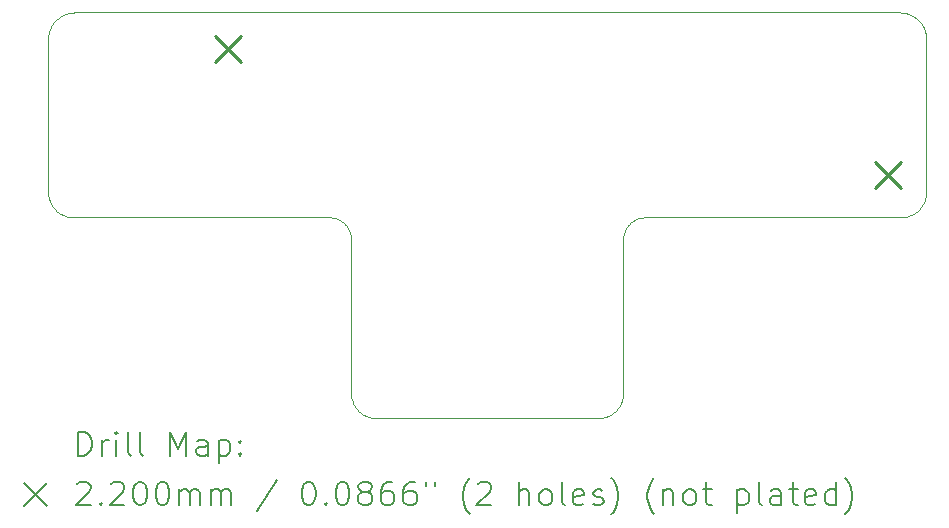
<source format=gbr>
%TF.GenerationSoftware,KiCad,Pcbnew,7.0.7*%
%TF.CreationDate,2024-08-10T15:19:52-05:00*%
%TF.ProjectId,LASK5,4c41534b-352e-46b6-9963-61645f706362,rev?*%
%TF.SameCoordinates,Original*%
%TF.FileFunction,Drillmap*%
%TF.FilePolarity,Positive*%
%FSLAX45Y45*%
G04 Gerber Fmt 4.5, Leading zero omitted, Abs format (unit mm)*
G04 Created by KiCad (PCBNEW 7.0.7) date 2024-08-10 15:19:52*
%MOMM*%
%LPD*%
G01*
G04 APERTURE LIST*
%ADD10C,0.100000*%
%ADD11C,0.200000*%
%ADD12C,0.220000*%
G04 APERTURE END LIST*
D10*
X18706238Y-6598016D02*
X18717642Y-6598886D01*
X18728883Y-6600319D01*
X18739945Y-6602300D01*
X18750814Y-6604815D01*
X18761477Y-6607850D01*
X18771920Y-6611390D01*
X18782127Y-6615422D01*
X18792084Y-6619931D01*
X18801779Y-6624903D01*
X18811195Y-6630323D01*
X18820319Y-6636178D01*
X18829137Y-6642454D01*
X18837634Y-6649135D01*
X18845797Y-6656208D01*
X18853611Y-6663658D01*
X18861061Y-6671472D01*
X18868134Y-6679634D01*
X18874815Y-6688132D01*
X18881090Y-6696950D01*
X18886945Y-6706074D01*
X18892366Y-6715490D01*
X18897338Y-6725184D01*
X18901847Y-6735142D01*
X18905879Y-6745349D01*
X18909419Y-6755791D01*
X18912454Y-6766454D01*
X18914969Y-6777324D01*
X18916950Y-6788386D01*
X18918382Y-6799626D01*
X18919252Y-6811031D01*
X18919545Y-6822584D01*
X18919545Y-8115632D01*
X18919262Y-8126801D01*
X18918421Y-8137825D01*
X18917036Y-8148690D01*
X18915121Y-8159384D01*
X18912690Y-8169891D01*
X18909756Y-8180199D01*
X18906334Y-8190293D01*
X18902436Y-8200160D01*
X18898077Y-8209785D01*
X18893271Y-8219157D01*
X18888030Y-8228259D01*
X18882370Y-8237079D01*
X18876304Y-8245603D01*
X18869845Y-8253818D01*
X18863007Y-8261708D01*
X18855805Y-8269262D01*
X18848251Y-8276464D01*
X18840360Y-8283301D01*
X18832145Y-8289760D01*
X18823620Y-8295826D01*
X18814799Y-8301486D01*
X18805696Y-8306726D01*
X18796324Y-8311532D01*
X18786698Y-8315891D01*
X18776830Y-8319789D01*
X18766735Y-8323211D01*
X18756426Y-8326145D01*
X18745917Y-8328576D01*
X18735223Y-8330491D01*
X18724356Y-8331876D01*
X18713330Y-8332717D01*
X18702160Y-8333000D01*
X16536590Y-8333000D01*
X16527236Y-8333238D01*
X16518002Y-8333942D01*
X16508901Y-8335102D01*
X16499945Y-8336705D01*
X16491144Y-8338742D01*
X16482511Y-8341199D01*
X16474056Y-8344065D01*
X16465792Y-8347329D01*
X16457730Y-8350979D01*
X16449881Y-8355005D01*
X16442257Y-8359393D01*
X16434870Y-8364133D01*
X16427731Y-8369213D01*
X16420851Y-8374622D01*
X16414242Y-8380348D01*
X16407916Y-8386380D01*
X16401884Y-8392706D01*
X16396158Y-8399314D01*
X16390748Y-8406193D01*
X16385668Y-8413332D01*
X16380928Y-8420719D01*
X16376539Y-8428342D01*
X16372514Y-8436190D01*
X16368863Y-8444251D01*
X16365599Y-8452514D01*
X16362733Y-8460968D01*
X16360276Y-8469600D01*
X16358239Y-8478399D01*
X16356636Y-8487355D01*
X16355476Y-8496454D01*
X16354772Y-8505686D01*
X16354534Y-8515039D01*
X16354534Y-9815632D01*
X16354251Y-9826801D01*
X16353410Y-9837825D01*
X16352025Y-9848690D01*
X16350110Y-9859383D01*
X16347679Y-9869891D01*
X16344745Y-9880198D01*
X16341323Y-9890293D01*
X16337425Y-9900160D01*
X16333066Y-9909785D01*
X16328260Y-9919156D01*
X16323020Y-9928259D01*
X16317360Y-9937079D01*
X16311294Y-9945603D01*
X16304835Y-9953818D01*
X16297998Y-9961708D01*
X16290796Y-9969262D01*
X16283242Y-9976464D01*
X16275352Y-9983301D01*
X16267137Y-9989760D01*
X16258613Y-9995826D01*
X16249793Y-10001486D01*
X16240690Y-10006726D01*
X16231319Y-10011532D01*
X16221693Y-10015891D01*
X16211827Y-10019789D01*
X16201732Y-10023211D01*
X16191425Y-10026145D01*
X16180917Y-10028576D01*
X16170224Y-10030491D01*
X16159358Y-10031876D01*
X16148334Y-10032717D01*
X16137166Y-10033000D01*
X16137166Y-10033000D01*
X14266634Y-10033000D01*
X14255466Y-10032717D01*
X14244442Y-10031876D01*
X14233576Y-10030491D01*
X14222883Y-10028576D01*
X14212375Y-10026145D01*
X14202068Y-10023211D01*
X14191974Y-10019788D01*
X14182107Y-10015891D01*
X14172481Y-10011532D01*
X14163110Y-10006726D01*
X14154007Y-10001486D01*
X14145187Y-9995826D01*
X14136663Y-9989760D01*
X14128448Y-9983301D01*
X14120558Y-9976464D01*
X14113004Y-9969261D01*
X14105802Y-9961708D01*
X14098965Y-9953817D01*
X14092506Y-9945603D01*
X14086440Y-9937079D01*
X14080780Y-9928259D01*
X14075540Y-9919156D01*
X14070734Y-9909785D01*
X14066375Y-9900159D01*
X14062478Y-9890292D01*
X14059055Y-9880198D01*
X14056121Y-9869891D01*
X14053690Y-9859383D01*
X14051775Y-9848690D01*
X14050390Y-9837824D01*
X14049549Y-9826800D01*
X14049266Y-9815632D01*
X14049266Y-8515039D01*
X14049029Y-8505686D01*
X14048324Y-8496454D01*
X14047164Y-8487355D01*
X14045561Y-8478399D01*
X14043525Y-8469600D01*
X14041068Y-8460968D01*
X14038201Y-8452514D01*
X14034937Y-8444251D01*
X14031286Y-8436190D01*
X14027261Y-8428342D01*
X14022873Y-8420719D01*
X14018132Y-8413332D01*
X14013052Y-8406193D01*
X14007643Y-8399314D01*
X14001916Y-8392706D01*
X13995884Y-8386380D01*
X13989558Y-8380348D01*
X13982949Y-8374622D01*
X13976070Y-8369213D01*
X13968930Y-8364133D01*
X13961543Y-8359393D01*
X13953919Y-8355004D01*
X13946070Y-8350979D01*
X13938008Y-8347329D01*
X13929744Y-8344065D01*
X13921290Y-8341198D01*
X13912656Y-8338741D01*
X13903856Y-8336705D01*
X13894899Y-8335102D01*
X13885798Y-8333942D01*
X13876565Y-8333237D01*
X13867210Y-8333000D01*
X11701640Y-8333000D01*
X11690470Y-8332717D01*
X11679444Y-8331876D01*
X11668577Y-8330491D01*
X11657883Y-8328576D01*
X11647374Y-8326145D01*
X11637066Y-8323211D01*
X11626970Y-8319788D01*
X11617103Y-8315891D01*
X11607476Y-8311532D01*
X11598104Y-8306726D01*
X11589001Y-8301486D01*
X11580180Y-8295826D01*
X11571655Y-8289760D01*
X11563440Y-8283301D01*
X11555549Y-8276464D01*
X11547995Y-8269262D01*
X11540793Y-8261708D01*
X11533955Y-8253818D01*
X11527496Y-8245603D01*
X11521430Y-8237079D01*
X11515770Y-8228259D01*
X11510529Y-8219156D01*
X11505723Y-8209785D01*
X11501364Y-8200159D01*
X11497466Y-8190292D01*
X11494044Y-8180198D01*
X11491110Y-8169891D01*
X11488679Y-8159383D01*
X11486764Y-8148690D01*
X11485379Y-8137824D01*
X11484538Y-8126800D01*
X11484255Y-8115632D01*
X11484255Y-6822584D01*
X11484548Y-6811031D01*
X11485418Y-6799626D01*
X11486850Y-6788386D01*
X11488831Y-6777324D01*
X11491346Y-6766454D01*
X11494381Y-6755791D01*
X11497921Y-6745349D01*
X11501953Y-6735142D01*
X11506462Y-6725184D01*
X11511434Y-6715490D01*
X11516855Y-6706074D01*
X11522710Y-6696950D01*
X11528985Y-6688132D01*
X11535666Y-6679634D01*
X11542739Y-6671472D01*
X11550189Y-6663658D01*
X11558003Y-6656208D01*
X11566166Y-6649135D01*
X11574663Y-6642453D01*
X11583481Y-6636178D01*
X11592605Y-6630323D01*
X11602022Y-6624903D01*
X11611716Y-6619931D01*
X11621674Y-6615422D01*
X11631881Y-6611390D01*
X11642323Y-6607849D01*
X11652986Y-6604815D01*
X11663855Y-6602300D01*
X11674918Y-6600319D01*
X11686158Y-6598886D01*
X11697562Y-6598016D01*
X11709116Y-6597723D01*
X18694684Y-6597723D01*
X18706238Y-6598016D01*
D11*
D12*
X12894800Y-6798800D02*
X13114800Y-7018800D01*
X13114800Y-6798800D02*
X12894800Y-7018800D01*
X18482800Y-7865600D02*
X18702800Y-8085600D01*
X18702800Y-7865600D02*
X18482800Y-8085600D01*
D11*
X11740031Y-10349484D02*
X11740031Y-10149484D01*
X11740031Y-10149484D02*
X11787650Y-10149484D01*
X11787650Y-10149484D02*
X11816222Y-10159008D01*
X11816222Y-10159008D02*
X11835269Y-10178056D01*
X11835269Y-10178056D02*
X11844793Y-10197103D01*
X11844793Y-10197103D02*
X11854317Y-10235198D01*
X11854317Y-10235198D02*
X11854317Y-10263770D01*
X11854317Y-10263770D02*
X11844793Y-10301865D01*
X11844793Y-10301865D02*
X11835269Y-10320913D01*
X11835269Y-10320913D02*
X11816222Y-10339960D01*
X11816222Y-10339960D02*
X11787650Y-10349484D01*
X11787650Y-10349484D02*
X11740031Y-10349484D01*
X11940031Y-10349484D02*
X11940031Y-10216151D01*
X11940031Y-10254246D02*
X11949555Y-10235198D01*
X11949555Y-10235198D02*
X11959079Y-10225675D01*
X11959079Y-10225675D02*
X11978127Y-10216151D01*
X11978127Y-10216151D02*
X11997174Y-10216151D01*
X12063841Y-10349484D02*
X12063841Y-10216151D01*
X12063841Y-10149484D02*
X12054317Y-10159008D01*
X12054317Y-10159008D02*
X12063841Y-10168532D01*
X12063841Y-10168532D02*
X12073365Y-10159008D01*
X12073365Y-10159008D02*
X12063841Y-10149484D01*
X12063841Y-10149484D02*
X12063841Y-10168532D01*
X12187650Y-10349484D02*
X12168603Y-10339960D01*
X12168603Y-10339960D02*
X12159079Y-10320913D01*
X12159079Y-10320913D02*
X12159079Y-10149484D01*
X12292412Y-10349484D02*
X12273365Y-10339960D01*
X12273365Y-10339960D02*
X12263841Y-10320913D01*
X12263841Y-10320913D02*
X12263841Y-10149484D01*
X12520984Y-10349484D02*
X12520984Y-10149484D01*
X12520984Y-10149484D02*
X12587650Y-10292341D01*
X12587650Y-10292341D02*
X12654317Y-10149484D01*
X12654317Y-10149484D02*
X12654317Y-10349484D01*
X12835269Y-10349484D02*
X12835269Y-10244722D01*
X12835269Y-10244722D02*
X12825746Y-10225675D01*
X12825746Y-10225675D02*
X12806698Y-10216151D01*
X12806698Y-10216151D02*
X12768603Y-10216151D01*
X12768603Y-10216151D02*
X12749555Y-10225675D01*
X12835269Y-10339960D02*
X12816222Y-10349484D01*
X12816222Y-10349484D02*
X12768603Y-10349484D01*
X12768603Y-10349484D02*
X12749555Y-10339960D01*
X12749555Y-10339960D02*
X12740031Y-10320913D01*
X12740031Y-10320913D02*
X12740031Y-10301865D01*
X12740031Y-10301865D02*
X12749555Y-10282817D01*
X12749555Y-10282817D02*
X12768603Y-10273294D01*
X12768603Y-10273294D02*
X12816222Y-10273294D01*
X12816222Y-10273294D02*
X12835269Y-10263770D01*
X12930508Y-10216151D02*
X12930508Y-10416151D01*
X12930508Y-10225675D02*
X12949555Y-10216151D01*
X12949555Y-10216151D02*
X12987650Y-10216151D01*
X12987650Y-10216151D02*
X13006698Y-10225675D01*
X13006698Y-10225675D02*
X13016222Y-10235198D01*
X13016222Y-10235198D02*
X13025746Y-10254246D01*
X13025746Y-10254246D02*
X13025746Y-10311389D01*
X13025746Y-10311389D02*
X13016222Y-10330436D01*
X13016222Y-10330436D02*
X13006698Y-10339960D01*
X13006698Y-10339960D02*
X12987650Y-10349484D01*
X12987650Y-10349484D02*
X12949555Y-10349484D01*
X12949555Y-10349484D02*
X12930508Y-10339960D01*
X13111460Y-10330436D02*
X13120984Y-10339960D01*
X13120984Y-10339960D02*
X13111460Y-10349484D01*
X13111460Y-10349484D02*
X13101936Y-10339960D01*
X13101936Y-10339960D02*
X13111460Y-10330436D01*
X13111460Y-10330436D02*
X13111460Y-10349484D01*
X13111460Y-10225675D02*
X13120984Y-10235198D01*
X13120984Y-10235198D02*
X13111460Y-10244722D01*
X13111460Y-10244722D02*
X13101936Y-10235198D01*
X13101936Y-10235198D02*
X13111460Y-10225675D01*
X13111460Y-10225675D02*
X13111460Y-10244722D01*
X11279255Y-10578000D02*
X11479255Y-10778000D01*
X11479255Y-10578000D02*
X11279255Y-10778000D01*
X11730508Y-10588532D02*
X11740031Y-10579008D01*
X11740031Y-10579008D02*
X11759079Y-10569484D01*
X11759079Y-10569484D02*
X11806698Y-10569484D01*
X11806698Y-10569484D02*
X11825746Y-10579008D01*
X11825746Y-10579008D02*
X11835269Y-10588532D01*
X11835269Y-10588532D02*
X11844793Y-10607579D01*
X11844793Y-10607579D02*
X11844793Y-10626627D01*
X11844793Y-10626627D02*
X11835269Y-10655198D01*
X11835269Y-10655198D02*
X11720984Y-10769484D01*
X11720984Y-10769484D02*
X11844793Y-10769484D01*
X11930508Y-10750436D02*
X11940031Y-10759960D01*
X11940031Y-10759960D02*
X11930508Y-10769484D01*
X11930508Y-10769484D02*
X11920984Y-10759960D01*
X11920984Y-10759960D02*
X11930508Y-10750436D01*
X11930508Y-10750436D02*
X11930508Y-10769484D01*
X12016222Y-10588532D02*
X12025746Y-10579008D01*
X12025746Y-10579008D02*
X12044793Y-10569484D01*
X12044793Y-10569484D02*
X12092412Y-10569484D01*
X12092412Y-10569484D02*
X12111460Y-10579008D01*
X12111460Y-10579008D02*
X12120984Y-10588532D01*
X12120984Y-10588532D02*
X12130508Y-10607579D01*
X12130508Y-10607579D02*
X12130508Y-10626627D01*
X12130508Y-10626627D02*
X12120984Y-10655198D01*
X12120984Y-10655198D02*
X12006698Y-10769484D01*
X12006698Y-10769484D02*
X12130508Y-10769484D01*
X12254317Y-10569484D02*
X12273365Y-10569484D01*
X12273365Y-10569484D02*
X12292412Y-10579008D01*
X12292412Y-10579008D02*
X12301936Y-10588532D01*
X12301936Y-10588532D02*
X12311460Y-10607579D01*
X12311460Y-10607579D02*
X12320984Y-10645675D01*
X12320984Y-10645675D02*
X12320984Y-10693294D01*
X12320984Y-10693294D02*
X12311460Y-10731389D01*
X12311460Y-10731389D02*
X12301936Y-10750436D01*
X12301936Y-10750436D02*
X12292412Y-10759960D01*
X12292412Y-10759960D02*
X12273365Y-10769484D01*
X12273365Y-10769484D02*
X12254317Y-10769484D01*
X12254317Y-10769484D02*
X12235269Y-10759960D01*
X12235269Y-10759960D02*
X12225746Y-10750436D01*
X12225746Y-10750436D02*
X12216222Y-10731389D01*
X12216222Y-10731389D02*
X12206698Y-10693294D01*
X12206698Y-10693294D02*
X12206698Y-10645675D01*
X12206698Y-10645675D02*
X12216222Y-10607579D01*
X12216222Y-10607579D02*
X12225746Y-10588532D01*
X12225746Y-10588532D02*
X12235269Y-10579008D01*
X12235269Y-10579008D02*
X12254317Y-10569484D01*
X12444793Y-10569484D02*
X12463841Y-10569484D01*
X12463841Y-10569484D02*
X12482889Y-10579008D01*
X12482889Y-10579008D02*
X12492412Y-10588532D01*
X12492412Y-10588532D02*
X12501936Y-10607579D01*
X12501936Y-10607579D02*
X12511460Y-10645675D01*
X12511460Y-10645675D02*
X12511460Y-10693294D01*
X12511460Y-10693294D02*
X12501936Y-10731389D01*
X12501936Y-10731389D02*
X12492412Y-10750436D01*
X12492412Y-10750436D02*
X12482889Y-10759960D01*
X12482889Y-10759960D02*
X12463841Y-10769484D01*
X12463841Y-10769484D02*
X12444793Y-10769484D01*
X12444793Y-10769484D02*
X12425746Y-10759960D01*
X12425746Y-10759960D02*
X12416222Y-10750436D01*
X12416222Y-10750436D02*
X12406698Y-10731389D01*
X12406698Y-10731389D02*
X12397174Y-10693294D01*
X12397174Y-10693294D02*
X12397174Y-10645675D01*
X12397174Y-10645675D02*
X12406698Y-10607579D01*
X12406698Y-10607579D02*
X12416222Y-10588532D01*
X12416222Y-10588532D02*
X12425746Y-10579008D01*
X12425746Y-10579008D02*
X12444793Y-10569484D01*
X12597174Y-10769484D02*
X12597174Y-10636151D01*
X12597174Y-10655198D02*
X12606698Y-10645675D01*
X12606698Y-10645675D02*
X12625746Y-10636151D01*
X12625746Y-10636151D02*
X12654317Y-10636151D01*
X12654317Y-10636151D02*
X12673365Y-10645675D01*
X12673365Y-10645675D02*
X12682889Y-10664722D01*
X12682889Y-10664722D02*
X12682889Y-10769484D01*
X12682889Y-10664722D02*
X12692412Y-10645675D01*
X12692412Y-10645675D02*
X12711460Y-10636151D01*
X12711460Y-10636151D02*
X12740031Y-10636151D01*
X12740031Y-10636151D02*
X12759079Y-10645675D01*
X12759079Y-10645675D02*
X12768603Y-10664722D01*
X12768603Y-10664722D02*
X12768603Y-10769484D01*
X12863841Y-10769484D02*
X12863841Y-10636151D01*
X12863841Y-10655198D02*
X12873365Y-10645675D01*
X12873365Y-10645675D02*
X12892412Y-10636151D01*
X12892412Y-10636151D02*
X12920984Y-10636151D01*
X12920984Y-10636151D02*
X12940031Y-10645675D01*
X12940031Y-10645675D02*
X12949555Y-10664722D01*
X12949555Y-10664722D02*
X12949555Y-10769484D01*
X12949555Y-10664722D02*
X12959079Y-10645675D01*
X12959079Y-10645675D02*
X12978127Y-10636151D01*
X12978127Y-10636151D02*
X13006698Y-10636151D01*
X13006698Y-10636151D02*
X13025746Y-10645675D01*
X13025746Y-10645675D02*
X13035270Y-10664722D01*
X13035270Y-10664722D02*
X13035270Y-10769484D01*
X13425746Y-10559960D02*
X13254317Y-10817103D01*
X13682889Y-10569484D02*
X13701936Y-10569484D01*
X13701936Y-10569484D02*
X13720984Y-10579008D01*
X13720984Y-10579008D02*
X13730508Y-10588532D01*
X13730508Y-10588532D02*
X13740032Y-10607579D01*
X13740032Y-10607579D02*
X13749555Y-10645675D01*
X13749555Y-10645675D02*
X13749555Y-10693294D01*
X13749555Y-10693294D02*
X13740032Y-10731389D01*
X13740032Y-10731389D02*
X13730508Y-10750436D01*
X13730508Y-10750436D02*
X13720984Y-10759960D01*
X13720984Y-10759960D02*
X13701936Y-10769484D01*
X13701936Y-10769484D02*
X13682889Y-10769484D01*
X13682889Y-10769484D02*
X13663841Y-10759960D01*
X13663841Y-10759960D02*
X13654317Y-10750436D01*
X13654317Y-10750436D02*
X13644793Y-10731389D01*
X13644793Y-10731389D02*
X13635270Y-10693294D01*
X13635270Y-10693294D02*
X13635270Y-10645675D01*
X13635270Y-10645675D02*
X13644793Y-10607579D01*
X13644793Y-10607579D02*
X13654317Y-10588532D01*
X13654317Y-10588532D02*
X13663841Y-10579008D01*
X13663841Y-10579008D02*
X13682889Y-10569484D01*
X13835270Y-10750436D02*
X13844793Y-10759960D01*
X13844793Y-10759960D02*
X13835270Y-10769484D01*
X13835270Y-10769484D02*
X13825746Y-10759960D01*
X13825746Y-10759960D02*
X13835270Y-10750436D01*
X13835270Y-10750436D02*
X13835270Y-10769484D01*
X13968603Y-10569484D02*
X13987651Y-10569484D01*
X13987651Y-10569484D02*
X14006698Y-10579008D01*
X14006698Y-10579008D02*
X14016222Y-10588532D01*
X14016222Y-10588532D02*
X14025746Y-10607579D01*
X14025746Y-10607579D02*
X14035270Y-10645675D01*
X14035270Y-10645675D02*
X14035270Y-10693294D01*
X14035270Y-10693294D02*
X14025746Y-10731389D01*
X14025746Y-10731389D02*
X14016222Y-10750436D01*
X14016222Y-10750436D02*
X14006698Y-10759960D01*
X14006698Y-10759960D02*
X13987651Y-10769484D01*
X13987651Y-10769484D02*
X13968603Y-10769484D01*
X13968603Y-10769484D02*
X13949555Y-10759960D01*
X13949555Y-10759960D02*
X13940032Y-10750436D01*
X13940032Y-10750436D02*
X13930508Y-10731389D01*
X13930508Y-10731389D02*
X13920984Y-10693294D01*
X13920984Y-10693294D02*
X13920984Y-10645675D01*
X13920984Y-10645675D02*
X13930508Y-10607579D01*
X13930508Y-10607579D02*
X13940032Y-10588532D01*
X13940032Y-10588532D02*
X13949555Y-10579008D01*
X13949555Y-10579008D02*
X13968603Y-10569484D01*
X14149555Y-10655198D02*
X14130508Y-10645675D01*
X14130508Y-10645675D02*
X14120984Y-10636151D01*
X14120984Y-10636151D02*
X14111460Y-10617103D01*
X14111460Y-10617103D02*
X14111460Y-10607579D01*
X14111460Y-10607579D02*
X14120984Y-10588532D01*
X14120984Y-10588532D02*
X14130508Y-10579008D01*
X14130508Y-10579008D02*
X14149555Y-10569484D01*
X14149555Y-10569484D02*
X14187651Y-10569484D01*
X14187651Y-10569484D02*
X14206698Y-10579008D01*
X14206698Y-10579008D02*
X14216222Y-10588532D01*
X14216222Y-10588532D02*
X14225746Y-10607579D01*
X14225746Y-10607579D02*
X14225746Y-10617103D01*
X14225746Y-10617103D02*
X14216222Y-10636151D01*
X14216222Y-10636151D02*
X14206698Y-10645675D01*
X14206698Y-10645675D02*
X14187651Y-10655198D01*
X14187651Y-10655198D02*
X14149555Y-10655198D01*
X14149555Y-10655198D02*
X14130508Y-10664722D01*
X14130508Y-10664722D02*
X14120984Y-10674246D01*
X14120984Y-10674246D02*
X14111460Y-10693294D01*
X14111460Y-10693294D02*
X14111460Y-10731389D01*
X14111460Y-10731389D02*
X14120984Y-10750436D01*
X14120984Y-10750436D02*
X14130508Y-10759960D01*
X14130508Y-10759960D02*
X14149555Y-10769484D01*
X14149555Y-10769484D02*
X14187651Y-10769484D01*
X14187651Y-10769484D02*
X14206698Y-10759960D01*
X14206698Y-10759960D02*
X14216222Y-10750436D01*
X14216222Y-10750436D02*
X14225746Y-10731389D01*
X14225746Y-10731389D02*
X14225746Y-10693294D01*
X14225746Y-10693294D02*
X14216222Y-10674246D01*
X14216222Y-10674246D02*
X14206698Y-10664722D01*
X14206698Y-10664722D02*
X14187651Y-10655198D01*
X14397174Y-10569484D02*
X14359079Y-10569484D01*
X14359079Y-10569484D02*
X14340032Y-10579008D01*
X14340032Y-10579008D02*
X14330508Y-10588532D01*
X14330508Y-10588532D02*
X14311460Y-10617103D01*
X14311460Y-10617103D02*
X14301936Y-10655198D01*
X14301936Y-10655198D02*
X14301936Y-10731389D01*
X14301936Y-10731389D02*
X14311460Y-10750436D01*
X14311460Y-10750436D02*
X14320984Y-10759960D01*
X14320984Y-10759960D02*
X14340032Y-10769484D01*
X14340032Y-10769484D02*
X14378127Y-10769484D01*
X14378127Y-10769484D02*
X14397174Y-10759960D01*
X14397174Y-10759960D02*
X14406698Y-10750436D01*
X14406698Y-10750436D02*
X14416222Y-10731389D01*
X14416222Y-10731389D02*
X14416222Y-10683770D01*
X14416222Y-10683770D02*
X14406698Y-10664722D01*
X14406698Y-10664722D02*
X14397174Y-10655198D01*
X14397174Y-10655198D02*
X14378127Y-10645675D01*
X14378127Y-10645675D02*
X14340032Y-10645675D01*
X14340032Y-10645675D02*
X14320984Y-10655198D01*
X14320984Y-10655198D02*
X14311460Y-10664722D01*
X14311460Y-10664722D02*
X14301936Y-10683770D01*
X14587651Y-10569484D02*
X14549555Y-10569484D01*
X14549555Y-10569484D02*
X14530508Y-10579008D01*
X14530508Y-10579008D02*
X14520984Y-10588532D01*
X14520984Y-10588532D02*
X14501936Y-10617103D01*
X14501936Y-10617103D02*
X14492413Y-10655198D01*
X14492413Y-10655198D02*
X14492413Y-10731389D01*
X14492413Y-10731389D02*
X14501936Y-10750436D01*
X14501936Y-10750436D02*
X14511460Y-10759960D01*
X14511460Y-10759960D02*
X14530508Y-10769484D01*
X14530508Y-10769484D02*
X14568603Y-10769484D01*
X14568603Y-10769484D02*
X14587651Y-10759960D01*
X14587651Y-10759960D02*
X14597174Y-10750436D01*
X14597174Y-10750436D02*
X14606698Y-10731389D01*
X14606698Y-10731389D02*
X14606698Y-10683770D01*
X14606698Y-10683770D02*
X14597174Y-10664722D01*
X14597174Y-10664722D02*
X14587651Y-10655198D01*
X14587651Y-10655198D02*
X14568603Y-10645675D01*
X14568603Y-10645675D02*
X14530508Y-10645675D01*
X14530508Y-10645675D02*
X14511460Y-10655198D01*
X14511460Y-10655198D02*
X14501936Y-10664722D01*
X14501936Y-10664722D02*
X14492413Y-10683770D01*
X14682889Y-10569484D02*
X14682889Y-10607579D01*
X14759079Y-10569484D02*
X14759079Y-10607579D01*
X15054317Y-10845675D02*
X15044794Y-10836151D01*
X15044794Y-10836151D02*
X15025746Y-10807579D01*
X15025746Y-10807579D02*
X15016222Y-10788532D01*
X15016222Y-10788532D02*
X15006698Y-10759960D01*
X15006698Y-10759960D02*
X14997175Y-10712341D01*
X14997175Y-10712341D02*
X14997175Y-10674246D01*
X14997175Y-10674246D02*
X15006698Y-10626627D01*
X15006698Y-10626627D02*
X15016222Y-10598056D01*
X15016222Y-10598056D02*
X15025746Y-10579008D01*
X15025746Y-10579008D02*
X15044794Y-10550436D01*
X15044794Y-10550436D02*
X15054317Y-10540913D01*
X15120984Y-10588532D02*
X15130508Y-10579008D01*
X15130508Y-10579008D02*
X15149555Y-10569484D01*
X15149555Y-10569484D02*
X15197175Y-10569484D01*
X15197175Y-10569484D02*
X15216222Y-10579008D01*
X15216222Y-10579008D02*
X15225746Y-10588532D01*
X15225746Y-10588532D02*
X15235270Y-10607579D01*
X15235270Y-10607579D02*
X15235270Y-10626627D01*
X15235270Y-10626627D02*
X15225746Y-10655198D01*
X15225746Y-10655198D02*
X15111460Y-10769484D01*
X15111460Y-10769484D02*
X15235270Y-10769484D01*
X15473365Y-10769484D02*
X15473365Y-10569484D01*
X15559079Y-10769484D02*
X15559079Y-10664722D01*
X15559079Y-10664722D02*
X15549556Y-10645675D01*
X15549556Y-10645675D02*
X15530508Y-10636151D01*
X15530508Y-10636151D02*
X15501936Y-10636151D01*
X15501936Y-10636151D02*
X15482889Y-10645675D01*
X15482889Y-10645675D02*
X15473365Y-10655198D01*
X15682889Y-10769484D02*
X15663841Y-10759960D01*
X15663841Y-10759960D02*
X15654317Y-10750436D01*
X15654317Y-10750436D02*
X15644794Y-10731389D01*
X15644794Y-10731389D02*
X15644794Y-10674246D01*
X15644794Y-10674246D02*
X15654317Y-10655198D01*
X15654317Y-10655198D02*
X15663841Y-10645675D01*
X15663841Y-10645675D02*
X15682889Y-10636151D01*
X15682889Y-10636151D02*
X15711460Y-10636151D01*
X15711460Y-10636151D02*
X15730508Y-10645675D01*
X15730508Y-10645675D02*
X15740032Y-10655198D01*
X15740032Y-10655198D02*
X15749556Y-10674246D01*
X15749556Y-10674246D02*
X15749556Y-10731389D01*
X15749556Y-10731389D02*
X15740032Y-10750436D01*
X15740032Y-10750436D02*
X15730508Y-10759960D01*
X15730508Y-10759960D02*
X15711460Y-10769484D01*
X15711460Y-10769484D02*
X15682889Y-10769484D01*
X15863841Y-10769484D02*
X15844794Y-10759960D01*
X15844794Y-10759960D02*
X15835270Y-10740913D01*
X15835270Y-10740913D02*
X15835270Y-10569484D01*
X16016222Y-10759960D02*
X15997175Y-10769484D01*
X15997175Y-10769484D02*
X15959079Y-10769484D01*
X15959079Y-10769484D02*
X15940032Y-10759960D01*
X15940032Y-10759960D02*
X15930508Y-10740913D01*
X15930508Y-10740913D02*
X15930508Y-10664722D01*
X15930508Y-10664722D02*
X15940032Y-10645675D01*
X15940032Y-10645675D02*
X15959079Y-10636151D01*
X15959079Y-10636151D02*
X15997175Y-10636151D01*
X15997175Y-10636151D02*
X16016222Y-10645675D01*
X16016222Y-10645675D02*
X16025746Y-10664722D01*
X16025746Y-10664722D02*
X16025746Y-10683770D01*
X16025746Y-10683770D02*
X15930508Y-10702817D01*
X16101937Y-10759960D02*
X16120984Y-10769484D01*
X16120984Y-10769484D02*
X16159079Y-10769484D01*
X16159079Y-10769484D02*
X16178127Y-10759960D01*
X16178127Y-10759960D02*
X16187651Y-10740913D01*
X16187651Y-10740913D02*
X16187651Y-10731389D01*
X16187651Y-10731389D02*
X16178127Y-10712341D01*
X16178127Y-10712341D02*
X16159079Y-10702817D01*
X16159079Y-10702817D02*
X16130508Y-10702817D01*
X16130508Y-10702817D02*
X16111460Y-10693294D01*
X16111460Y-10693294D02*
X16101937Y-10674246D01*
X16101937Y-10674246D02*
X16101937Y-10664722D01*
X16101937Y-10664722D02*
X16111460Y-10645675D01*
X16111460Y-10645675D02*
X16130508Y-10636151D01*
X16130508Y-10636151D02*
X16159079Y-10636151D01*
X16159079Y-10636151D02*
X16178127Y-10645675D01*
X16254318Y-10845675D02*
X16263841Y-10836151D01*
X16263841Y-10836151D02*
X16282889Y-10807579D01*
X16282889Y-10807579D02*
X16292413Y-10788532D01*
X16292413Y-10788532D02*
X16301937Y-10759960D01*
X16301937Y-10759960D02*
X16311460Y-10712341D01*
X16311460Y-10712341D02*
X16311460Y-10674246D01*
X16311460Y-10674246D02*
X16301937Y-10626627D01*
X16301937Y-10626627D02*
X16292413Y-10598056D01*
X16292413Y-10598056D02*
X16282889Y-10579008D01*
X16282889Y-10579008D02*
X16263841Y-10550436D01*
X16263841Y-10550436D02*
X16254318Y-10540913D01*
X16616222Y-10845675D02*
X16606698Y-10836151D01*
X16606698Y-10836151D02*
X16587651Y-10807579D01*
X16587651Y-10807579D02*
X16578127Y-10788532D01*
X16578127Y-10788532D02*
X16568603Y-10759960D01*
X16568603Y-10759960D02*
X16559079Y-10712341D01*
X16559079Y-10712341D02*
X16559079Y-10674246D01*
X16559079Y-10674246D02*
X16568603Y-10626627D01*
X16568603Y-10626627D02*
X16578127Y-10598056D01*
X16578127Y-10598056D02*
X16587651Y-10579008D01*
X16587651Y-10579008D02*
X16606698Y-10550436D01*
X16606698Y-10550436D02*
X16616222Y-10540913D01*
X16692413Y-10636151D02*
X16692413Y-10769484D01*
X16692413Y-10655198D02*
X16701937Y-10645675D01*
X16701937Y-10645675D02*
X16720984Y-10636151D01*
X16720984Y-10636151D02*
X16749556Y-10636151D01*
X16749556Y-10636151D02*
X16768603Y-10645675D01*
X16768603Y-10645675D02*
X16778127Y-10664722D01*
X16778127Y-10664722D02*
X16778127Y-10769484D01*
X16901937Y-10769484D02*
X16882889Y-10759960D01*
X16882889Y-10759960D02*
X16873365Y-10750436D01*
X16873365Y-10750436D02*
X16863841Y-10731389D01*
X16863841Y-10731389D02*
X16863841Y-10674246D01*
X16863841Y-10674246D02*
X16873365Y-10655198D01*
X16873365Y-10655198D02*
X16882889Y-10645675D01*
X16882889Y-10645675D02*
X16901937Y-10636151D01*
X16901937Y-10636151D02*
X16930508Y-10636151D01*
X16930508Y-10636151D02*
X16949556Y-10645675D01*
X16949556Y-10645675D02*
X16959080Y-10655198D01*
X16959080Y-10655198D02*
X16968603Y-10674246D01*
X16968603Y-10674246D02*
X16968603Y-10731389D01*
X16968603Y-10731389D02*
X16959080Y-10750436D01*
X16959080Y-10750436D02*
X16949556Y-10759960D01*
X16949556Y-10759960D02*
X16930508Y-10769484D01*
X16930508Y-10769484D02*
X16901937Y-10769484D01*
X17025746Y-10636151D02*
X17101937Y-10636151D01*
X17054318Y-10569484D02*
X17054318Y-10740913D01*
X17054318Y-10740913D02*
X17063841Y-10759960D01*
X17063841Y-10759960D02*
X17082889Y-10769484D01*
X17082889Y-10769484D02*
X17101937Y-10769484D01*
X17320984Y-10636151D02*
X17320984Y-10836151D01*
X17320984Y-10645675D02*
X17340032Y-10636151D01*
X17340032Y-10636151D02*
X17378127Y-10636151D01*
X17378127Y-10636151D02*
X17397175Y-10645675D01*
X17397175Y-10645675D02*
X17406699Y-10655198D01*
X17406699Y-10655198D02*
X17416222Y-10674246D01*
X17416222Y-10674246D02*
X17416222Y-10731389D01*
X17416222Y-10731389D02*
X17406699Y-10750436D01*
X17406699Y-10750436D02*
X17397175Y-10759960D01*
X17397175Y-10759960D02*
X17378127Y-10769484D01*
X17378127Y-10769484D02*
X17340032Y-10769484D01*
X17340032Y-10769484D02*
X17320984Y-10759960D01*
X17530508Y-10769484D02*
X17511461Y-10759960D01*
X17511461Y-10759960D02*
X17501937Y-10740913D01*
X17501937Y-10740913D02*
X17501937Y-10569484D01*
X17692413Y-10769484D02*
X17692413Y-10664722D01*
X17692413Y-10664722D02*
X17682889Y-10645675D01*
X17682889Y-10645675D02*
X17663842Y-10636151D01*
X17663842Y-10636151D02*
X17625746Y-10636151D01*
X17625746Y-10636151D02*
X17606699Y-10645675D01*
X17692413Y-10759960D02*
X17673365Y-10769484D01*
X17673365Y-10769484D02*
X17625746Y-10769484D01*
X17625746Y-10769484D02*
X17606699Y-10759960D01*
X17606699Y-10759960D02*
X17597175Y-10740913D01*
X17597175Y-10740913D02*
X17597175Y-10721865D01*
X17597175Y-10721865D02*
X17606699Y-10702817D01*
X17606699Y-10702817D02*
X17625746Y-10693294D01*
X17625746Y-10693294D02*
X17673365Y-10693294D01*
X17673365Y-10693294D02*
X17692413Y-10683770D01*
X17759080Y-10636151D02*
X17835270Y-10636151D01*
X17787651Y-10569484D02*
X17787651Y-10740913D01*
X17787651Y-10740913D02*
X17797175Y-10759960D01*
X17797175Y-10759960D02*
X17816222Y-10769484D01*
X17816222Y-10769484D02*
X17835270Y-10769484D01*
X17978127Y-10759960D02*
X17959080Y-10769484D01*
X17959080Y-10769484D02*
X17920984Y-10769484D01*
X17920984Y-10769484D02*
X17901937Y-10759960D01*
X17901937Y-10759960D02*
X17892413Y-10740913D01*
X17892413Y-10740913D02*
X17892413Y-10664722D01*
X17892413Y-10664722D02*
X17901937Y-10645675D01*
X17901937Y-10645675D02*
X17920984Y-10636151D01*
X17920984Y-10636151D02*
X17959080Y-10636151D01*
X17959080Y-10636151D02*
X17978127Y-10645675D01*
X17978127Y-10645675D02*
X17987651Y-10664722D01*
X17987651Y-10664722D02*
X17987651Y-10683770D01*
X17987651Y-10683770D02*
X17892413Y-10702817D01*
X18159080Y-10769484D02*
X18159080Y-10569484D01*
X18159080Y-10759960D02*
X18140032Y-10769484D01*
X18140032Y-10769484D02*
X18101937Y-10769484D01*
X18101937Y-10769484D02*
X18082889Y-10759960D01*
X18082889Y-10759960D02*
X18073365Y-10750436D01*
X18073365Y-10750436D02*
X18063842Y-10731389D01*
X18063842Y-10731389D02*
X18063842Y-10674246D01*
X18063842Y-10674246D02*
X18073365Y-10655198D01*
X18073365Y-10655198D02*
X18082889Y-10645675D01*
X18082889Y-10645675D02*
X18101937Y-10636151D01*
X18101937Y-10636151D02*
X18140032Y-10636151D01*
X18140032Y-10636151D02*
X18159080Y-10645675D01*
X18235270Y-10845675D02*
X18244794Y-10836151D01*
X18244794Y-10836151D02*
X18263842Y-10807579D01*
X18263842Y-10807579D02*
X18273365Y-10788532D01*
X18273365Y-10788532D02*
X18282889Y-10759960D01*
X18282889Y-10759960D02*
X18292413Y-10712341D01*
X18292413Y-10712341D02*
X18292413Y-10674246D01*
X18292413Y-10674246D02*
X18282889Y-10626627D01*
X18282889Y-10626627D02*
X18273365Y-10598056D01*
X18273365Y-10598056D02*
X18263842Y-10579008D01*
X18263842Y-10579008D02*
X18244794Y-10550436D01*
X18244794Y-10550436D02*
X18235270Y-10540913D01*
M02*

</source>
